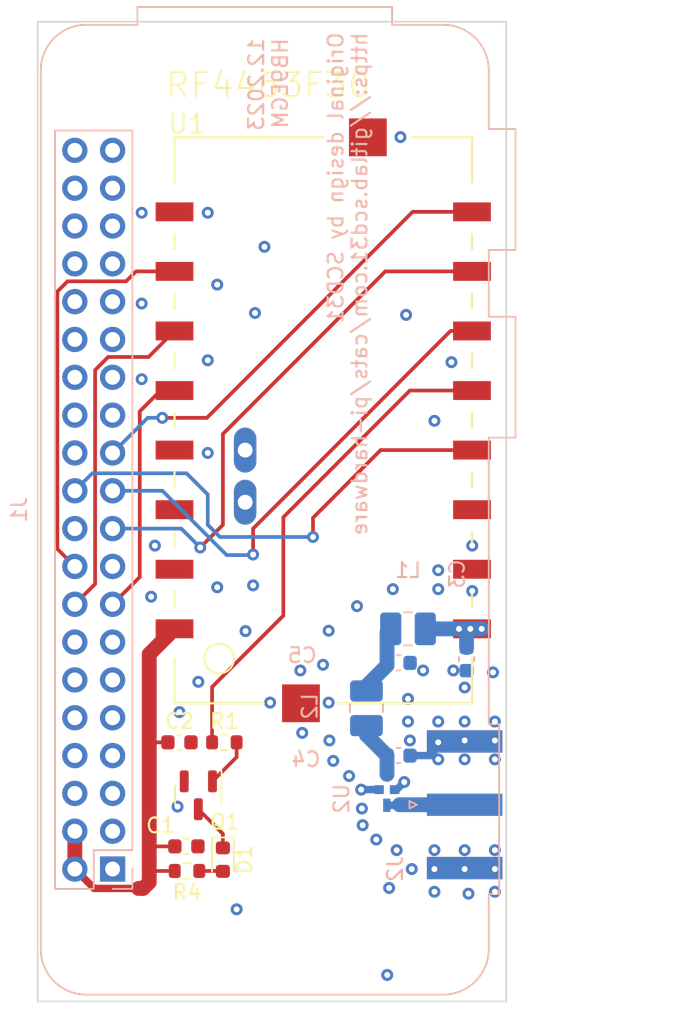
<source format=kicad_pcb>
(kicad_pcb (version 20221018) (generator pcbnew)
  (title_block (date "2023-12-22") (comment 1 "LPF HB9EGM"))
  (layers (0 "F.Cu" signal) (31 "B.Cu" signal) (34 "B.Paste" user) (35 "F.Paste" user) (36 "B.SilkS" user "B.Silkscreen") (37 "F.SilkS" user "F.Silkscreen") (38 "B.Mask" user) (39 "F.Mask" user) (44 "Edge.Cuts" user))
  (net 0 "")
  (net 1 "VCC")
  (net 2 "GND")
  (net 3 "+3V3")
  (net 4 "Net-(D1-K)")
  (net 11 "SDN")
  (net 12 "IT")
  (net 13 "CS")
  (net 14 "SDI")
  (net 15 "SDO")
  (net 16 "GPIO0")
  (net 17 "SCLK")
  (net 33 "TX_LED")
  (net 35 "Net-(J2-In)")
  (net 36 "Net-(U1-ANT)")
  (net 37 "Net-(Q1-B)")
  (net 41 "Net-(D1-A)")
  (net 42 "Net-(U2-IN)")
  (net 43 "Net-(C5-Pad1)")
  (footprint "Resistor_SMD:R_0603_1608Metric" (layer "F.Cu") (at 100.175 89.789)
    (fp_text reference "R1" (at 0 -1.43) (layer "F.SilkS"))
    (fp_text value "1K")
    (fp_line (start -0.237258 -0.5225) (end 0.237258 -0.5225) (stroke (width 0.12)) (layer "F.SilkS"))
    (fp_line (start -0.237258 0.5225) (end 0.237258 0.5225) (stroke (width 0.12)) (layer "F.SilkS"))
    (pad "1" smd roundrect (at -0.825 0) (size 0.8 0.95) (layers "F.Cu" "F.Paste" "F.Mask") (net 33 "TX_LED"))
    (pad "2" smd roundrect (at 0.825 0) (size 0.8 0.95) (layers "F.Cu" "F.Paste" "F.Mask") (net 37 "Net-(Q1-B)"))
  )
  (footprint "npr70:RF4463F30" (layer "F.Cu") (at 115.824 58.166)
    (fp_text reference "U1" (at -18.161 -9.906) (layer "F.SilkS") (effects (font (size 1.27 1.27))))
    (fp_text value "RF4463F30")
    (fp_text user "RF4463F30" (at -19.685 -11.557) (layer "F.SilkS") (effects (font (size 1.63576 1.63576) (thickness 0.14224)) (justify left bottom)))
    (fp_line (start -19 -9) (end -9 -9) (stroke (width 0.1524)) (layer "F.SilkS"))
    (fp_line (start -19 -6) (end -19 -9) (stroke (width 0.1524)) (layer "F.SilkS"))
    (fp_line (start -19 -2.5) (end -19 -1.5) (stroke (width 0.1524)) (layer "F.SilkS"))
    (fp_line (start -19 1.5) (end -19 2.5) (stroke (width 0.1524)) (layer "F.SilkS"))
    (fp_line (start -19 5.5) (end -19 6.5) (stroke (width 0.1524)) (layer "F.SilkS"))
    (fp_line (start -19 9.5) (end -19 10.5) (stroke (width 0.1524)) (layer "F.SilkS"))
    (fp_line (start -19 13.5) (end -19 14.5) (stroke (width 0.1524)) (layer "F.SilkS"))
    (fp_line (start -19 17.5) (end -19 18.5) (stroke (width 0.1524)) (layer "F.SilkS"))
    (fp_line (start -19 21.5) (end -19 22.5) (stroke (width 0.1524)) (layer "F.SilkS"))
    (fp_line (start -19 26) (end -19 29) (stroke (width 0.1524)) (layer "F.SilkS"))
    (fp_line (start -19 29) (end -13 29) (stroke (width 0.1524)) (layer "F.SilkS"))
    (fp_line (start -8 29) (end 1 29) (stroke (width 0.1524)) (layer "F.SilkS"))
    (fp_line (start -3 -9) (end 1 -9) (stroke (width 0.1524)) (layer "F.SilkS"))
    (fp_line (start 1 -6) (end 1 -9) (stroke (width 0.1524)) (layer "F.SilkS"))
    (fp_line (start 1 -1.5) (end 1 -2.5) (stroke (width 0.1524)) (layer "F.SilkS"))
    (fp_line (start 1 2.5) (end 1 1.5) (stroke (width 0.1524)) (layer "F.SilkS"))
    (fp_line (start 1 6.5) (end 1 5.5) (stroke (width 0.1524)) (layer "F.SilkS"))
    (fp_line (start 1 10.5) (end 1 9.5) (stroke (width 0.1524)) (layer "F.SilkS"))
    (fp_line (start 1 14.5) (end 1 13.5) (stroke (width 0.1524)) (layer "F.SilkS"))
    (fp_line (start 1 18.5) (end 1 17.5) (stroke (width 0.1524)) (layer "F.SilkS"))
    (fp_line (start 1 22.5) (end 1 21.5) (stroke (width 0.1524)) (layer "F.SilkS"))
    (fp_line (start 1 29) (end 1 26) (stroke (width 0.1524)) (layer "F.SilkS"))
    (fp_circle (center -16 26) (end -15 26) (stroke (width 0.127)) (fill none) (layer "F.SilkS"))
    (pad "1" smd rect (at -19 24) (size 2.54 1.27) (layers "F.Cu" "F.Paste" "F.Mask") (net 1 "VCC"))
    (pad "2" smd rect (at -19 20) (size 2.54 1.27) (layers "F.Cu" "F.Paste" "F.Mask") (net 2 "GND"))
    (pad "3" smd rect (at -19 16) (size 2.54 1.27) (layers "F.Cu" "F.Paste" "F.Mask"))
    (pad "4" smd rect (at -19 12) (size 2.54 1.27) (layers "F.Cu" "F.Paste" "F.Mask"))
    (pad "5" smd rect (at -19 8) (size 2.54 1.27) (layers "F.Cu" "F.Paste" "F.Mask") (net 11 "SDN"))
    (pad "6" smd rect (at -19 4) (size 2.54 1.27) (layers "F.Cu" "F.Paste" "F.Mask") (net 12 "IT"))
    (pad "7" smd rect (at -19 0) (size 2.54 1.27) (layers "F.Cu" "F.Paste" "F.Mask") (net 13 "CS"))
    (pad "8" smd rect (at -19 -4) (size 2.54 1.27) (layers "F.Cu" "F.Paste" "F.Mask") (net 2 "GND"))
    (pad "9" smd rect (at 1 -4) (size 2.54 1.27) (layers "F.Cu" "F.Paste" "F.Mask") (net 17 "SCLK"))
    (pad "10" smd rect (at 1 0) (size 2.54 1.27) (layers "F.Cu" "F.Paste" "F.Mask") (net 14 "SDI"))
    (pad "11" smd rect (at 1 4) (size 2.54 1.27) (layers "F.Cu" "F.Paste" "F.Mask") (net 15 "SDO"))
    (pad "12" smd rect (at 1 8) (size 2.54 1.27) (layers "F.Cu" "F.Paste" "F.Mask") (net 33 "TX_LED"))
    (pad "13" smd rect (at 1 12) (size 2.54 1.27) (layers "F.Cu" "F.Paste" "F.Mask") (net 16 "GPIO0"))
    (pad "14" smd rect (at 1 16) (size 2.54 1.27) (layers "F.Cu" "F.Paste" "F.Mask"))
    (pad "15" smd rect (at 1 20) (size 2.54 1.27) (layers "F.Cu" "F.Paste" "F.Mask") (net 2 "GND"))
    (pad "16" smd rect (at 1 24) (size 2.54 1.27) (layers "F.Cu" "F.Paste" "F.Mask") (net 36 "Net-(U1-ANT)"))
    (pad "SHLD_1" smd rect (at -6 -9) (size 2.54 2.54) (layers "F.Cu" "F.Paste" "F.Mask") (net 2 "GND"))
    (pad "SHLD_2" smd rect (at -10.5 29) (size 2.54 2.54) (layers "F.Cu" "F.Paste" "F.Mask") (net 2 "GND"))
    (pad "SHLD_3" thru_hole oval (at -14.25 12 90) (size 3.016 1.508) (drill 1) (layers "*.Cu" "*.Mask") (net 2 "GND"))
    (pad "SHLD_4" thru_hole oval (at -14.25 15.5 90) (size 3.016 1.508) (drill 1) (layers "*.Cu" "*.Mask") (net 2 "GND"))
  )
  (footprint "Capacitor_SMD:C_0603_1608Metric" (layer "F.Cu") (at 97.623621 96.774)
    (fp_text reference "C1" (at -1.738621 -1.397) (layer "F.SilkS"))
    (fp_text value "4.7uF")
    (fp_line (start -0.14058 -0.51) (end 0.14058 -0.51) (stroke (width 0.12)) (layer "F.SilkS"))
    (fp_line (start -0.14058 0.51) (end 0.14058 0.51) (stroke (width 0.12)) (layer "F.SilkS"))
    (pad "1" smd roundrect (at -0.775 0) (size 0.9 0.95) (layers "F.Cu" "F.Paste" "F.Mask") (net 1 "VCC"))
    (pad "2" smd roundrect (at 0.775 0) (size 0.9 0.95) (layers "F.Cu" "F.Paste" "F.Mask") (net 2 "GND"))
  )
  (footprint "Package_TO_SOT_SMD:SOT-23" (layer "F.Cu") (at 98.425 93.345 -90)
    (fp_text reference "Q1" (at 1.778 -1.778 -180) (layer "F.SilkS"))
    (fp_text value "MMBT3904")
    (fp_line (start 0 -1.56) (end -1.675 -1.56) (stroke (width 0.12)) (layer "F.SilkS"))
    (fp_line (start 0 -1.56) (end 0.65 -1.56) (stroke (width 0.12)) (layer "F.SilkS"))
    (fp_line (start 0 1.56) (end -0.65 1.56) (stroke (width 0.12)) (layer "F.SilkS"))
    (fp_line (start 0 1.56) (end 0.65 1.56) (stroke (width 0.12)) (layer "F.SilkS"))
    (pad "1" smd roundrect (at -0.9375 -0.95 270) (size 1.475 0.6) (layers "F.Cu" "F.Paste" "F.Mask") (net 37 "Net-(Q1-B)"))
    (pad "2" smd roundrect (at -0.9375 0.95 270) (size 1.475 0.6) (layers "F.Cu" "F.Paste" "F.Mask") (net 2 "GND"))
    (pad "3" smd roundrect (at 0.9375 0 270) (size 1.475 0.6) (layers "F.Cu" "F.Paste" "F.Mask") (net 4 "Net-(D1-K)"))
  )
  (footprint "Capacitor_SMD:C_0603_1608Metric" (layer "F.Cu") (at 97.155 89.789)
    (fp_text reference "C2" (at 0 -1.43) (layer "F.SilkS"))
    (fp_text value "0.1uF")
    (fp_line (start -0.14058 -0.51) (end 0.14058 -0.51) (stroke (width 0.12)) (layer "F.SilkS"))
    (fp_line (start -0.14058 0.51) (end 0.14058 0.51) (stroke (width 0.12)) (layer "F.SilkS"))
    (pad "1" smd roundrect (at -0.775 0) (size 0.9 0.95) (layers "F.Cu" "F.Paste" "F.Mask") (net 1 "VCC"))
    (pad "2" smd roundrect (at 0.775 0) (size 0.9 0.95) (layers "F.Cu" "F.Paste" "F.Mask") (net 2 "GND"))
  )
  (footprint "LED_SMD:LED_0603_1608Metric" (layer "F.Cu") (at 100.076 97.663 -90)
    (fp_text reference "D1" (at 0 -1.43 -90) (layer "F.SilkS"))
    (fp_text value "LED")
    (fp_line (start -1.485 -0.735) (end -1.485 0.735) (stroke (width 0.12)) (layer "F.SilkS"))
    (fp_line (start -1.485 0.735) (end 0.8 0.735) (stroke (width 0.12)) (layer "F.SilkS"))
    (fp_line (start 0.8 -0.735) (end -1.485 -0.735) (stroke (width 0.12)) (layer "F.SilkS"))
    (pad "1" smd roundrect (at -0.7875 0 270) (size 0.875 0.95) (layers "F.Cu" "F.Paste" "F.Mask") (net 4 "Net-(D1-K)"))
    (pad "2" smd roundrect (at 0.7875 0 270) (size 0.875 0.95) (layers "F.Cu" "F.Paste" "F.Mask") (net 41 "Net-(D1-A)"))
  )
  (footprint "Resistor_SMD:R_0603_1608Metric" (layer "F.Cu") (at 97.663 98.425 180)
    (fp_text reference "R4" (at 0 -1.43) (layer "F.SilkS"))
    (fp_text value "220")
    (fp_line (start -0.237258 -0.5225) (end 0.237258 -0.5225) (stroke (width 0.12)) (layer "F.SilkS"))
    (fp_line (start -0.237258 0.5225) (end 0.237258 0.5225) (stroke (width 0.12)) (layer "F.SilkS"))
    (pad "1" smd roundrect (at -0.825 0 180) (size 0.8 0.95) (layers "F.Cu" "F.Paste" "F.Mask") (net 41 "Net-(D1-A)"))
    (pad "2" smd roundrect (at 0.825 0 180) (size 0.8 0.95) (layers "F.Cu" "F.Paste" "F.Mask") (net 1 "VCC"))
  )
  (footprint "pi-transceiver:DEA160710LT_HandSolder" (layer "B.Cu") (at 111.0996 92.964 -90)
    (fp_text reference "U2" (at 0.6096 3.048 -90) (layer "B.SilkS") (effects (justify mirror)))
    (fp_text value "DEA160710")
    (pad "1" smd roundrect (at -1.05 0 270) (size 0.9 0.5) (layers "B.Cu" "B.Paste" "B.Mask") (roundrect_rratio 0.12) (net 42 "Net-(U2-IN)"))
    (pad "2" smd roundrect (at 1.05 0 270) (size 0.9 0.5) (layers "B.Cu" "B.Paste" "B.Mask") (roundrect_rratio 0.12) (net 35 "Net-(J2-In)"))
    (pad "3" smd roundrect (at 0 -0.525 270) (size 0.6 0.65) (layers "B.Cu" "B.Paste" "B.Mask") (roundrect_rratio 0.1) (net 2 "GND"))
    (pad "3" smd roundrect (at 0 0.525 270) (size 0.6 0.65) (layers "B.Cu" "B.Paste" "B.Mask") (roundrect_rratio 0.1) (net 2 "GND"))
  )
  (footprint "Connector_Coaxial:SMA_Amphenol_132289_EdgeMount" (layer "B.Cu") (at 116.332 93.98)
    (fp_text reference "J2" (at -4.6736 4.318 90) (layer "B.SilkS") (effects (justify mirror)))
    (fp_text value "Conn_Coaxial")
    (fp_line (start -3.71 -0.25) (end -3.21 0) (stroke (width 0.12)) (layer "B.SilkS"))
    (fp_line (start -3.71 0.25) (end -3.71 -0.25) (stroke (width 0.12)) (layer "B.SilkS"))
    (fp_line (start -3.21 0) (end -3.71 0.25) (stroke (width 0.12)) (layer "B.SilkS"))
    (pad "1" smd rect (at 0 0 270) (size 1.5 5.08) (layers "B.Cu" "B.Paste" "B.Mask") (net 35 "Net-(J2-In)"))
    (pad "2" smd rect (at 0 -4.25 270) (size 1.5 5.08) (layers "F.Cu" "F.Paste" "F.Mask") (net 2 "GND"))
    (pad "2" smd rect (at 0 -4.25 270) (size 1.5 5.08) (layers "B.Cu" "B.Paste" "B.Mask") (net 2 "GND"))
    (pad "2" smd rect (at 0 4.25 270) (size 1.5 5.08) (layers "F.Cu" "F.Paste" "F.Mask") (net 2 "GND"))
    (pad "2" smd rect (at 0 4.25 270) (size 1.5 5.08) (layers "B.Cu" "B.Paste" "B.Mask") (net 2 "GND"))
  )
  (footprint "Inductor_SMD:L_1008_2520Metric_Pad1.43x2.20mm_HandSolder" (layer "B.Cu") (at 112.522 82.169 180)
    (fp_text reference "L1" (at 0 3.937) (layer "B.SilkS") (effects (justify mirror)))
    (fp_text value "22nH")
    (fp_line (start -0.261252 -1.11) (end 0.261252 -1.11) (stroke (width 0.12)) (layer "B.SilkS"))
    (fp_line (start -0.261252 1.11) (end 0.261252 1.11) (stroke (width 0.12)) (layer "B.SilkS"))
    (pad "1" smd roundrect (at -1.1625 0 180) (size 1.425 2.2) (layers "B.Cu" "B.Paste" "B.Mask") (roundrect_rratio 0.175439) (net 36 "Net-(U1-ANT)"))
    (pad "2" smd roundrect (at 1.1625 0 180) (size 1.425 2.2) (layers "B.Cu" "B.Paste" "B.Mask") (roundrect_rratio 0.175439) (net 43 "Net-(C5-Pad1)"))
  )
  (footprint "Module:Raspberry_Pi_Zero_Socketed_THT_FaceDown_MountingHoles" (layer "B.Cu") (at 92.660759 98.298)
    (fp_text reference "J1" (at -6.27 -24.13 90) (layer "B.SilkS") (effects (justify mirror)))
    (fp_text value "Raspberry_Pi_2_3")
    (fp_line (start -4.83 -53.63) (end -4.83 5.37) (stroke (width 0.12)) (layer "B.SilkS"))
    (fp_line (start -3.87 -49.59) (end 1.33 -49.59) (stroke (width 0.12)) (layer "B.SilkS"))
    (fp_line (start -3.87 1.33) (end -3.87 -49.59) (stroke (width 0.12)) (layer "B.SilkS"))
    (fp_line (start -3.87 1.33) (end -1.27 1.33) (stroke (width 0.12)) (layer "B.SilkS"))
    (fp_line (start -1.77 8.43) (end 22.23 8.43) (stroke (width 0.12)) (layer "B.SilkS"))
    (fp_line (start -1.27 -1.27) (end 1.33 -1.27) (stroke (width 0.12)) (layer "B.SilkS"))
    (fp_line (start -1.27 1.33) (end -1.27 -1.27) (stroke (width 0.12)) (layer "B.SilkS"))
    (fp_line (start 0 1.33) (end 1.33 1.33) (stroke (width 0.12)) (layer "B.SilkS"))
    (fp_line (start 1.33 -1.27) (end 1.33 -49.59) (stroke (width 0.12)) (layer "B.SilkS"))
    (fp_line (start 1.33 1.33) (end 1.33 0) (stroke (width 0.12)) (layer "B.SilkS"))
    (fp_line (start 1.67 -57.89) (end 18.79 -57.89) (stroke (width 0.12)) (layer "B.SilkS"))
    (fp_line (start 1.67 -56.69) (end -1.77 -56.69) (stroke (width 0.12)) (layer "B.SilkS"))
    (fp_line (start 1.67 -56.69) (end 1.67 -57.89) (stroke (width 0.12)) (layer "B.SilkS"))
    (fp_line (start 18.79 -57.89) (end 18.79 -56.69) (stroke (width 0.12)) (layer "B.SilkS"))
    (fp_line (start 18.79 -56.69) (end 22.23 -56.69) (stroke (width 0.12)) (layer "B.SilkS"))
    (fp_line (start 25.29 -53.63) (end 25.29 -49.69) (stroke (width 0.12)) (layer "B.SilkS"))
    (fp_line (start 25.29 -49.69) (end 27.09 -49.69) (stroke (width 0.12)) (layer "B.SilkS"))
    (fp_line (start 25.29 -41.57) (end 25.29 -37.09) (stroke (width 0.12)) (layer "B.SilkS"))
    (fp_line (start 25.29 -37.09) (end 27.09 -37.09) (stroke (width 0.12)) (layer "B.SilkS"))
    (fp_line (start 25.29 -28.97) (end 25.29 -9.74) (stroke (width 0.12)) (layer "B.SilkS"))
    (fp_line (start 25.29 -9.74) (end 25.99 -9.74) (stroke (width 0.12)) (layer "B.SilkS"))
    (fp_line (start 25.29 1.68) (end 25.29 5.37) (stroke (width 0.12)) (layer "B.SilkS"))
    (fp_line (start 25.99 -9.74) (end 25.99 1.68) (stroke (width 0.12)) (layer "B.SilkS"))
    (fp_line (start 25.99 1.68) (end 25.29 1.68) (stroke (width 0.12)) (layer "B.SilkS"))
    (fp_line (start 27.09 -49.69) (end 27.09 -41.57) (stroke (width 0.12)) (layer "B.SilkS"))
    (fp_line (start 27.09 -41.57) (end 25.29 -41.57) (stroke (width 0.12)) (layer "B.SilkS"))
    (fp_line (start 27.09 -37.09) (end 27.09 -28.97) (stroke (width 0.12)) (layer "B.SilkS"))
    (fp_line (start 27.09 -28.97) (end 25.29 -28.97) (stroke (width 0.12)) (layer "B.SilkS"))
    (fp_arc (start -4.83 -53.63) (mid -3.933747 -55.793747) (end -1.77 -56.69) (stroke (width 0.12)) (layer "B.SilkS"))
    (fp_arc (start -1.77 8.43) (mid -3.933747 7.533747) (end -4.83 5.37) (stroke (width 0.12)) (layer "B.SilkS"))
    (fp_arc (start 22.23 -56.69) (mid 24.393747 -55.793747) (end 25.29 -53.63) (stroke (width 0.12)) (layer "B.SilkS"))
    (fp_arc (start 25.29 5.37) (mid 24.393747 7.533747) (end 22.23 8.43) (stroke (width 0.12)) (layer "B.SilkS"))
    (pad "" np_thru_hole circle (at -1.27 -53.13 270) (size 2.75 2.75) (drill 2.75) (layers "*.Cu" "*.Mask"))
    (pad "" np_thru_hole circle (at -1.27 4.87 270) (size 2.75 2.75) (drill 2.75) (layers "*.Cu" "*.Mask"))
    (pad "" np_thru_hole circle (at 21.73 -53.13 270) (size 2.75 2.75) (drill 2.75) (layers "*.Cu" "*.Mask"))
    (pad "" np_thru_hole circle (at 21.73 4.87 270) (size 2.75 2.75) (drill 2.75) (layers "*.Cu" "*.Mask"))
    (pad "1" thru_hole rect (at 0 0) (size 1.7 1.7) (drill 1) (layers "*.Cu" "*.Mask") (net 3 "+3V3"))
    (pad "2" thru_hole oval (at -2.54 0) (size 1.7 1.7) (drill 1) (layers "*.Cu" "*.Mask") (net 1 "VCC"))
    (pad "3" thru_hole oval (at 0 -2.54) (size 1.7 1.7) (drill 1) (layers "*.Cu" "*.Mask"))
    (pad "4" thru_hole oval (at -2.54 -2.54) (size 1.7 1.7) (drill 1) (layers "*.Cu" "*.Mask") (net 1 "VCC"))
    (pad "5" thru_hole oval (at 0 -5.08) (size 1.7 1.7) (drill 1) (layers "*.Cu" "*.Mask"))
    (pad "6" thru_hole oval (at -2.54 -5.08) (size 1.7 1.7) (drill 1) (layers "*.Cu" "*.Mask") (net 2 "GND"))
    (pad "7" thru_hole oval (at 0 -7.62) (size 1.7 1.7) (drill 1) (layers "*.Cu" "*.Mask"))
    (pad "8" thru_hole oval (at -2.54 -7.62) (size 1.7 1.7) (drill 1) (layers "*.Cu" "*.Mask"))
    (pad "9" thru_hole oval (at 0 -10.16) (size 1.7 1.7) (drill 1) (layers "*.Cu" "*.Mask") (net 2 "GND"))
    (pad "10" thru_hole oval (at -2.54 -10.16) (size 1.7 1.7) (drill 1) (layers "*.Cu" "*.Mask"))
    (pad "11" thru_hole oval (at 0 -12.7) (size 1.7 1.7) (drill 1) (layers "*.Cu" "*.Mask"))
    (pad "12" thru_hole oval (at -2.54 -12.7) (size 1.7 1.7) (drill 1) (layers "*.Cu" "*.Mask"))
    (pad "13" thru_hole oval (at 0 -15.24) (size 1.7 1.7) (drill 1) (layers "*.Cu" "*.Mask"))
    (pad "14" thru_hole oval (at -2.54 -15.24) (size 1.7 1.7) (drill 1) (layers "*.Cu" "*.Mask") (net 2 "GND"))
    (pad "15" thru_hole oval (at 0 -17.78) (size 1.7 1.7) (drill 1) (layers "*.Cu" "*.Mask") (net 11 "SDN"))
    (pad "16" thru_hole oval (at -2.54 -17.78) (size 1.7 1.7) (drill 1) (layers "*.Cu" "*.Mask") (net 12 "IT"))
    (pad "17" thru_hole oval (at 0 -20.32) (size 1.7 1.7) (drill 1) (layers "*.Cu" "*.Mask"))
    (pad "18" thru_hole oval (at -2.54 -20.32) (size 1.7 1.7) (drill 1) (layers "*.Cu" "*.Mask") (net 13 "CS"))
    (pad "19" thru_hole oval (at 0 -22.86) (size 1.7 1.7) (drill 1) (layers "*.Cu" "*.Mask") (net 14 "SDI"))
    (pad "20" thru_hole oval (at -2.54 -22.86) (size 1.7 1.7) (drill 1) (layers "*.Cu" "*.Mask") (net 2 "GND"))
    (pad "21" thru_hole oval (at 0 -25.4) (size 1.7 1.7) (drill 1) (layers "*.Cu" "*.Mask") (net 15 "SDO"))
    (pad "22" thru_hole oval (at -2.54 -25.4) (size 1.7 1.7) (drill 1) (layers "*.Cu" "*.Mask") (net 16 "GPIO0"))
    (pad "23" thru_hole oval (at 0 -27.94) (size 1.7 1.7) (drill 1) (layers "*.Cu" "*.Mask") (net 17 "SCLK"))
    (pad "24" thru_hole oval (at -2.54 -27.94) (size 1.7 1.7) (drill 1) (layers "*.Cu" "*.Mask"))
    (pad "25" thru_hole oval (at 0 -30.48) (size 1.7 1.7) (drill 1) (layers "*.Cu" "*.Mask") (net 2 "GND"))
    (pad "26" thru_hole oval (at -2.54 -30.48) (size 1.7 1.7) (drill 1) (layers "*.Cu" "*.Mask"))
    (pad "27" thru_hole oval (at 0 -33.02) (size 1.7 1.7) (drill 1) (layers "*.Cu" "*.Mask"))
    (pad "28" thru_hole oval (at -2.54 -33.02) (size 1.7 1.7) (drill 1) (layers "*.Cu" "*.Mask"))
    (pad "29" thru_hole oval (at 0 -35.56) (size 1.7 1.7) (drill 1) (layers "*.Cu" "*.Mask"))
    (pad "30" thru_hole oval (at -2.54 -35.56) (size 1.7 1.7) (drill 1) (layers "*.Cu" "*.Mask") (net 2 "GND"))
    (pad "31" thru_hole oval (at 0 -38.1) (size 1.7 1.7) (drill 1) (layers "*.Cu" "*.Mask"))
    (pad "32" thru_hole oval (at -2.54 -38.1) (size 1.7 1.7) (drill 1) (layers "*.Cu" "*.Mask"))
    (pad "33" thru_hole oval (at 0 -40.64) (size 1.7 1.7) (drill 1) (layers "*.Cu" "*.Mask"))
    (pad "34" thru_hole oval (at -2.54 -40.64) (size 1.7 1.7) (drill 1) (layers "*.Cu" "*.Mask") (net 2 "GND"))
    (pad "35" thru_hole oval (at 0 -43.18) (size 1.7 1.7) (drill 1) (layers "*.Cu" "*.Mask"))
    (pad "36" thru_hole oval (at -2.54 -43.18) (size 1.7 1.7) (drill 1) (layers "*.Cu" "*.Mask"))
    (pad "37" thru_hole oval (at 0 -45.72) (size 1.7 1.7) (drill 1) (layers "*.Cu" "*.Mask"))
    (pad "38" thru_hole oval (at -2.54 -45.72) (size 1.7 1.7) (drill 1) (layers "*.Cu" "*.Mask"))
    (pad "39" thru_hole oval (at 0 -48.26) (size 1.7 1.7) (drill 1) (layers "*.Cu" "*.Mask") (net 2 "GND"))
    (pad "40" thru_hole oval (at -2.54 -48.26) (size 1.7 1.7) (drill 1) (layers "*.Cu" "*.Mask"))
  )
  (footprint "Capacitor_SMD:C_0603_1608Metric" (layer "B.Cu") (at 111.887 90.678)
    (fp_text reference "C4" (at -6.223 0.254) (layer "B.SilkS") (effects (justify mirror)))
    (fp_text value "7.5pF")
    (fp_line (start -0.14058 -0.51) (end 0.14058 -0.51) (stroke (width 0.12)) (layer "B.SilkS"))
    (fp_line (start -0.14058 0.51) (end 0.14058 0.51) (stroke (width 0.12)) (layer "B.SilkS"))
    (pad "1" smd roundrect (at -0.775 0) (size 0.9 0.95) (layers "B.Cu" "B.Paste" "B.Mask") (net 42 "Net-(U2-IN)"))
    (pad "2" smd roundrect (at 0.775 0) (size 0.9 0.95) (layers "B.Cu" "B.Paste" "B.Mask") (net 2 "GND"))
  )
  (footprint "Capacitor_SMD:C_0603_1608Metric" (layer "B.Cu") (at 116.459 84.201 -90)
    (fp_text reference "C3" (at -5.715 0.635 90) (layer "B.SilkS") (effects (justify mirror)))
    (fp_text value "7.5pF")
    (fp_line (start -0.14058 -0.51) (end 0.14058 -0.51) (stroke (width 0.12)) (layer "B.SilkS"))
    (fp_line (start -0.14058 0.51) (end 0.14058 0.51) (stroke (width 0.12)) (layer "B.SilkS"))
    (pad "1" smd roundrect (at -0.775 0 270) (size 0.9 0.95) (layers "B.Cu" "B.Paste" "B.Mask") (net 36 "Net-(U1-ANT)"))
    (pad "2" smd roundrect (at 0.775 0 270) (size 0.9 0.95) (layers "B.Cu" "B.Paste" "B.Mask") (net 2 "GND"))
  )
  (footprint "Inductor_SMD:L_1008_2520Metric_Pad1.43x2.20mm_HandSolder" (layer "B.Cu") (at 109.728 87.503 -90)
    (fp_text reference "L2" (at -0.127 3.81 90) (layer "B.SilkS") (effects (justify mirror)))
    (fp_text value "22nH")
    (fp_line (start -0.261252 -1.11) (end 0.261252 -1.11) (stroke (width 0.12)) (layer "B.SilkS"))
    (fp_line (start -0.261252 1.11) (end 0.261252 1.11) (stroke (width 0.12)) (layer "B.SilkS"))
    (pad "1" smd roundrect (at -1.1625 0 270) (size 1.425 2.2) (layers "B.Cu" "B.Paste" "B.Mask") (roundrect_rratio 0.175439) (net 43 "Net-(C5-Pad1)"))
    (pad "2" smd roundrect (at 1.1625 0 270) (size 1.425 2.2) (layers "B.Cu" "B.Paste" "B.Mask") (roundrect_rratio 0.175439) (net 42 "Net-(U2-IN)"))
  )
  (footprint "Capacitor_SMD:C_0603_1608Metric" (layer "B.Cu") (at 111.887 84.455)
    (fp_text reference "C5" (at -6.477 -0.508) (layer "B.SilkS") (effects (justify mirror)))
    (fp_text value "13pF")
    (fp_line (start -0.14058 -0.51) (end 0.14058 -0.51) (stroke (width 0.12)) (layer "B.SilkS"))
    (fp_line (start -0.14058 0.51) (end 0.14058 0.51) (stroke (width 0.12)) (layer "B.SilkS"))
    (pad "1" smd roundrect (at -0.775 0) (size 0.9 0.95) (layers "B.Cu" "B.Paste" "B.Mask") (net 43 "Net-(C5-Pad1)"))
    (pad "2" smd roundrect (at 0.775 0) (size 0.9 0.95) (layers "B.Cu" "B.Paste" "B.Mask") (net 2 "GND"))
  )
  (gr_line (start 119.126 41.402) (end 87.63 41.402) (stroke (width 0.1)) (layer "Edge.Cuts"))
  (gr_line (start 87.63 107.188) (end 119.126 107.188) (stroke (width 0.1)) (layer "Edge.Cuts"))
  (gr_line (start 87.63 41.402) (end 87.63 107.188) (stroke (width 0.1)) (layer "Edge.Cuts"))
  (gr_line (start 119.126 107.188) (end 119.126 41.402) (stroke (width 0.1)) (layer "Edge.Cuts"))
  (gr_text "12.2023\nHB9EGM" (at 104.521 42.418 90) (layer "B.SilkS") (effects (font (size 1 1)) (justify left bottom mirror)))
  (gr_text "Original design by SCD31\nhttps://gitlab.scd31.com/cats/pi-hardware" (at 109.855 42.037 90) (layer "B.SilkS") (effects (font (size 1 1)) (justify left bottom mirror)))
  (segment (start 95.123 99.187) (end 94.712 99.598) (width 1) (layer "F.Cu") (net 1))
  (segment (start 91.420759 99.598) (end 94.402 99.598) (width 0.5) (layer "F.Cu") (net 1))
  (segment (start 96.824 82.166) (end 95.123 83.867) (width 1) (layer "F.Cu") (net 1))
  (segment (start 90.120759 98.298) (end 91.420759 99.598) (width 0.5) (layer "F.Cu") (net 1))
  (segment (start 95.123 90.043) (end 95.123 99.187) (width 1) (layer "F.Cu") (net 1))
  (segment (start 95.166 90) (end 95.123 90.043) (width 0.25) (layer "F.Cu") (net 1))
  (segment (start 95.123 83.867) (end 95.123 90.043) (width 1) (layer "F.Cu") (net 1))
  (segment (start 94.712 99.598) (end 94.402 99.598) (width 1) (layer "F.Cu") (net 1))
  (segment (start 96.838 98.425) (end 95.123 98.425) (width 0.25) (layer "F.Cu") (net 1))
  (segment (start 96.848621 96.774) (end 95.504 96.774) (width 0.25) (layer "F.Cu") (net 1))
  (segment (start 96.38 89.789) (end 95.166 89.789) (width 0.25) (layer "F.Cu") (net 1))
  (segment (start 90.120759 95.758) (end 90.120759 98.298) (width 1) (layer "F.Cu") (net 1))
  (via (at 118.364 89.662) (size 0.8) (drill 0.4) (layers "F.Cu" "B.Cu") (net 2))
  (via (at 114.554 78.232) (size 0.8) (drill 0.4) (layers "F.Cu" "B.Cu") (net 2))
  (via (at 94.615 65.405) (size 0.8) (drill 0.4) (layers "F.Cu" "B.Cu") (net 2))
  (via (at 112.522 88.392) (size 0.8) (drill 0.4) (layers "F.Cu" "B.Cu") (net 2))
  (via (at 114.554 89.789) (size 0.8) (drill 0.4) (layers "F.Cu" "B.Cu") (net 2))
  (via (at 113.538 84.963) (size 0.8) (drill 0.4) (layers "F.Cu" "B.Cu") (net 2))
  (via (at 118.364 99.822) (size 0.8) (drill 0.4) (layers "F.Cu" "B.Cu") (net 2))
  (via (at 114.554 90.932) (size 0.8) (drill 0.4) (layers "F.Cu" "B.Cu") (net 2))
  (via (at 114.3 97.028) (size 0.8) (drill 0.4) (layers "F.Cu" "B.Cu") (net 2))
  (via (at 106.807 84.582) (size 0.8) (drill 0.4) (layers "F.Cu" "B.Cu") (net 2))
  (via (at 115.57 84.963) (size 0.8) (drill 0.4) (layers "F.Cu" "B.Cu") (net 2))
  (via (at 116.84 76.581) (size 0.8) (drill 0.4) (layers "F.Cu" "B.Cu") (net 2))
  (via (at 109.3724 92.964) (size 0.8) (drill 0.4) (layers "F.Cu" "B.Cu") (net 2))
  (via (at 95.25 80.01) (size 0.8) (drill 0.4) (layers "F.Cu" "B.Cu") (net 2))
  (via (at 112.649 89.662) (size 0.8) (drill 0.4) (layers "F.Cu" "B.Cu") (net 2))
  (via (at 116.332 88.392) (size 0.8) (drill 0.4) (layers "F.Cu" "B.Cu") (net 2))
  (via (at 116.332 97.028) (size 0.8) (drill 0.4) (layers "F.Cu" "B.Cu") (net 2))
  (via (at 101.6 82.319492) (size 0.8) (drill 0.4) (layers "F.Cu" "B.Cu") (net 2))
  (via (at 118.237 85.09) (size 0.8) (drill 0.4) (layers "F.Cu" "B.Cu") (net 2))
  (via (at 111.252 99.568) (size 0.8) (drill 0.4) (layers "F.Cu" "B.Cu") (net 2))
  (via (at 98.425 85.725) (size 0.8) (drill 0.4) (layers "F.Cu" "B.Cu") (net 2))
  (via (at 112.776 98.298) (size 0.8) (drill 0.4) (layers "F.Cu" "B.Cu") (net 2))
  (via (at 112.268 92.456) (size 0.8) (drill 0.4) (layers "F.Cu" "B.Cu") (net 2))
  (via (at 99.06 70.358) (size 0.8) (drill 0.4) (layers "F.Cu" "B.Cu") (net 2))
  (via (at 114.554 88.392) (size 0.8) (drill 0.4) (layers "F.Cu" "B.Cu") (net 2))
  (via (at 107.188 87.122) (size 0.8) (drill 0.4) (layers "F.Cu" "B.Cu") (net 2))
  (via (at 107.188 82.296) (size 0.8) (drill 0.4) (layers "F.Cu" "B.Cu") (net 2))
  (via (at 118.364 90.932) (size 0.8) (drill 0.4) (layers "F.Cu" "B.Cu") (net 2))
  (via (at 99.06 64.135) (size 0.8) (drill 0.4) (layers "F.Cu" "B.Cu") (net 2))
  (via (at 109.4232 94.234) (size 0.8) (drill 0.4) (layers "F.Cu" "B.Cu") (net 2))
  (via (at 114.3 68.199) (size 0.8) (drill 0.4) (layers "F.Cu" "B.Cu") (net 2))
  (via (at 114.3 99.822) (size 0.8) (drill 0.4) (layers "F.Cu" "B.Cu") (net 2))
  (via (at 112.395 61.087) (size 0.8) (drill 0.4) (layers "F.Cu" "B.Cu") (net 2))
  (via (at 111.76 97.028) (size 0.8) (drill 0.4) (layers "F.Cu" "B.Cu") (net 2))
  (via (at 99.695 79.375) (size 0.8) (drill 0.4) (layers "F.Cu" "B.Cu") (net 2))
  (via (at 103.251 87.122) (size 0.8) (drill 0.4) (layers "F.Cu" "B.Cu") (net 2))
  (via (at 107.4928 91.0336) (size 0.8) (drill 0.4) (layers "F.Cu" "B.Cu") (net 2))
  (via (at 101 101) (size 0.8) (drill 0.4) (layers "F.Cu" "B.Cu") (net 2))
  (via (at 99.695 59.055) (size 0.8) (drill 0.4) (layers "F.Cu" "B.Cu") (net 2))
  (via (at 118.364 88.392) (size 0.8) (drill 0.4) (layers "F.Cu" "B.Cu") (net 2))
  (via (at 97.028 94.107) (size 0.8) (drill 0.4) (layers "F.Cu" "B.Cu") (net 2))
  (via (at 97.155 87.757) (size 0.8) (drill 0.4) (layers "F.Cu" "B.Cu") (net 2))
  (via (at 116.586 99.949) (size 0.8) (drill 0.4) (layers "F.Cu" "B.Cu") (net 2))
  (via (at 118.364 97.028) (size 0.8) (drill 0.4) (layers "F.Cu" "B.Cu") (net 2))
  (via (at 110.3884 96.3168) (size 0.8) (drill 0.4) (layers "F.Cu" "B.Cu") (net 2))
  (via (at 114.554 79.502) (size 0.8) (drill 0.4) (layers "F.Cu" "B.Cu") (net 2))
  (via (at 116.332 89.662) (size 0.8) (drill 0.4) (layers "F.Cu" "B.Cu") (net 2))
  (via (at 107.2388 89.662) (size 0.8) (drill 0.4) (layers "F.Cu" "B.Cu") (net 2))
  (via (at 114.3 98.298) (size 0.8) (drill 0.4) (layers "F.Cu" "B.Cu") (net 2))
  (via (at 102.87 56.515) (size 0.8) (drill 0.4) (layers "F.Cu" "B.Cu") (net 2))
  (via (at 99.06 54.229) (size 0.8) (drill 0.4) (layers "F.Cu" "B.Cu") (net 2))
  (via (at 109.474 95.3516) (size 0.8) (drill 0.4) (layers "F.Cu" "B.Cu") (net 2))
  (via (at 94.615 54.229) (size 0.8) (drill 0.4) (layers "F.Cu" "B.Cu") (net 2))
  (via (at 111.125 105.41) (size 0.8) (drill 0.4) (layers "F.Cu" "B.Cu") (net 2))
  (via (at 112.014 49.149) (size 0.8) (drill 0.4) (layers "F.Cu" "B.Cu") (net 2))
  (via (at 116.332 98.298) (size 0.8) (drill 0.4) (layers "F.Cu" "B.Cu") (net 2))
  (via (at 102.235 60.96) (size 0.8) (drill 0.4) (layers "F.Cu" "B.Cu") (net 2))
  (via (at 115.443 64.262) (size 0.8) (drill 0.4) (layers "F.Cu" "B.Cu") (net 2))
  (via (at 116.332 90.932) (size 0.8) (drill 0.4) (layers "F.Cu" "B.Cu") (net 2))
  (via (at 105.41 89.154) (size 0.8) (drill 0.4) (layers "F.Cu" "B.Cu") (net 2))
  (via (at 111.506 79.502) (size 0.8) (drill 0.4) (layers "F.Cu" "B.Cu") (net 2))
  (via (at 95.504 76.581) (size 0.8) (drill 0.4) (layers "F.Cu" "B.Cu") (net 2))
  (via (at 112.522 86.868) (size 0.8) (drill 0.4) (layers "F.Cu" "B.Cu") (net 2))
  (via (at 108.5596 92.0496) (size 0.8) (drill 0.4) (layers "F.Cu" "B.Cu") (net 2))
  (via (at 94.615 60.325) (size 0.8) (drill 0.4) (layers "F.Cu" "B.Cu") (net 2))
  (via (at 116.84 79.629) (size 0.8) (drill 0.4) (layers "F.Cu" "B.Cu") (net 2))
  (via (at 116.332 86.106) (size 0.8) (drill 0.4) (layers "F.Cu" "B.Cu") (net 2))
  (via (at 102.108 79.248) (size 0.8) (drill 0.4) (layers "F.Cu" "B.Cu") (net 2))
  (via (at 105.283 84.963) (size 0.8) (drill 0.4) (layers "F.Cu" "B.Cu") (net 2))
  (via (at 109.093 80.645) (size 0.8) (drill 0.4) (layers "F.Cu" "B.Cu") (net 2))
  (via (at 118.364 98.298) (size 0.8) (drill 0.4) (layers "F.Cu" "B.Cu") (net 2))
  (segment (start 114.3 90.678) (end 114.554 90.932) (width 0.5) (layer "B.Cu") (net 2))
  (segment (start 111.76 92.964) (end 112.268 92.456) (width 0.5) (layer "B.Cu") (net 2))
  (segment (start 111.6246 92.964) (end 111.76 92.964) (width 0.5) (layer "B.Cu") (net 2))
  (segment (start 110.5746 92.964) (end 109.3724 92.964) (width 0.5) (layer "B.Cu") (net 2))
  (segment (start 112.662 90.678) (end 114.3 90.678) (width 0.5) (layer "B.Cu") (net 2))
  (segment (start 100.076 95.9335) (end 98.425 94.2825) (width 0.25) (layer "F.Cu") (net 4))
  (segment (start 98.425 94.2825) (end 98.425 93.7745) (width 0.25) (layer "F.Cu") (net 4))
  (segment (start 100.076 96.8755) (end 100.076 95.9335) (width 0.25) (layer "F.Cu") (net 4))
  (segment (start 95.886 66.166) (end 96.824 66.166) (width 0.25) (layer "F.Cu") (net 11))
  (segment (start 92.660759 80.518) (end 94.488 78.690759) (width 0.25) (layer "F.Cu") (net 11))
  (segment (start 94.488 78.690759) (end 94.488 67.564) (width 0.25) (layer "F.Cu") (net 11))
  (segment (start 94.488 67.564) (end 95.886 66.166) (width 0.25) (layer "F.Cu") (net 11))
  (segment (start 91.485759 79.153) (end 91.485759 64.791299) (width 0.25) (layer "F.Cu") (net 12))
  (segment (start 91.485759 64.791299) (end 92.364058 63.913) (width 0.25) (layer "F.Cu") (net 12))
  (segment (start 92.364058 63.913) (end 95.077 63.913) (width 0.25) (layer "F.Cu") (net 12))
  (segment (start 90.120759 80.518) (end 91.485759 79.153) (width 0.25) (layer "F.Cu") (net 12))
  (segment (start 95.077 63.913) (end 96.824 62.166) (width 0.25) (layer "F.Cu") (net 12))
  (segment (start 94.234 58.166) (end 96.824 58.166) (width 0.25) (layer "F.Cu") (net 13))
  (segment (start 90.120759 77.978) (end 88.945759 76.803) (width 0.25) (layer "F.Cu") (net 13))
  (segment (start 88.945759 76.803) (end 88.945759 59.521299) (width 0.25) (layer "F.Cu") (net 13))
  (segment (start 93.567 58.833) (end 94.234 58.166) (width 0.25) (layer "F.Cu") (net 13))
  (segment (start 89.634058 58.833) (end 93.567 58.833) (width 0.25) (layer "F.Cu") (net 13))
  (segment (start 88.945759 59.521299) (end 89.634058 58.833) (width 0.25) (layer "F.Cu") (net 13))
  (segment (start 100.076 69.088) (end 110.998 58.166) (width 0.25) (layer "F.Cu") (net 14))
  (segment (start 98.552 76.708) (end 100.076 75.184) (width 0.25) (layer "F.Cu") (net 14))
  (segment (start 100.076 75.184) (end 100.076 69.088) (width 0.25) (layer "F.Cu") (net 14))
  (segment (start 110.998 58.166) (end 114.554 58.166) (width 0.25) (layer "F.Cu") (net 14))
  (segment (start 114.554 58.166) (end 116.824 58.166) (width 0.25) (layer "F.Cu") (net 14))
  (via (at 98.552 76.708) (size 0.8) (drill 0.4) (layers "F.Cu" "B.Cu") (net 14))
  (segment (start 92.660759 75.438) (end 97.282 75.438) (width 0.25) (layer "B.Cu") (net 14))
  (segment (start 97.282 75.438) (end 98.552 76.708) (width 0.25) (layer "B.Cu") (net 14))
  (segment (start 115.38 62.166) (end 116.824 62.166) (width 0.25) (layer "F.Cu") (net 15))
  (segment (start 102.108 75.438) (end 115.38 62.166) (width 0.25) (layer "F.Cu") (net 15))
  (segment (start 102.108 77.1785) (end 102.108 75.438) (width 0.25) (layer "F.Cu") (net 15))
  (via (at 102.108 77.1785) (size 0.8) (drill 0.4) (layers "F.Cu" "B.Cu") (net 15))
  (segment (start 96.012 72.898) (end 100.33 77.216) (width 0.25) (layer "B.Cu") (net 15))
  (segment (start 92.660759 72.898) (end 96.012 72.898) (width 0.25) (layer "B.Cu") (net 15))
  (segment (start 102.0705 77.216) (end 102.108 77.1785) (width 0.25) (layer "B.Cu") (net 15))
  (segment (start 100.33 77.216) (end 102.0705 77.216) (width 0.25) (layer "B.Cu") (net 15))
  (segment (start 110.682 70.166) (end 106.1345 74.7135) (width 0.25) (layer "F.Cu") (net 16))
  (segment (start 116.824 70.166) (end 110.682 70.166) (width 0.25) (layer "F.Cu") (net 16))
  (segment (start 106.1345 74.7135) (end 106.1345 76) (width 0.25) (layer "F.Cu") (net 16))
  (via (at 106.1345 76) (size 0.8) (drill 0.4) (layers "F.Cu" "B.Cu") (net 16))
  (segment (start 91.295759 71.723) (end 97.631 71.723) (width 0.25) (layer "B.Cu") (net 16))
  (segment (start 90.120759 72.898) (end 91.295759 71.723) (width 0.25) (layer "B.Cu") (net 16))
  (segment (start 106.1345 76) (end 99.876 76) (width 0.25) (layer "B.Cu") (net 16))
  (segment (start 99.876 76) (end 99.06 75.184) (width 0.25) (layer "B.Cu") (net 16))
  (segment (start 97.631 71.723) (end 99.06 73.152) (width 0.25) (layer "B.Cu") (net 16))
  (segment (start 99.06 73.152) (end 99.06 75.184) (width 0.25) (layer "B.Cu") (net 16))
  (segment (start 96 68) (end 99 68) (width 0.25) (layer "F.Cu") (net 17))
  (segment (start 112.834 54.166) (end 116.824 54.166) (width 0.25) (layer "F.Cu") (net 17))
  (segment (start 99 68) (end 112.834 54.166) (width 0.25) (layer "F.Cu") (net 17))
  (segment (start 116.76 54.102) (end 116.824 54.166) (width 0.25) (layer "F.Cu") (net 17))
  (via (at 96 68) (size 0.8) (drill 0.4) (layers "F.Cu" "B.Cu") (net 17))
  (segment (start 92.660759 70.358) (end 95.018759 68) (width 0.25) (layer "B.Cu") (net 17))
  (segment (start 95.018759 68) (end 96 68) (width 0.25) (layer "B.Cu") (net 17))
  (segment (start 112.65 66.166) (end 116.824 66.166) (width 0.25) (layer "F.Cu") (net 33))
  (segment (start 99.35 89.789) (end 99.35 86.07) (width 0.25) (layer "F.Cu") (net 33))
  (segment (start 104.14 74.676) (end 112.65 66.166) (width 0.25) (layer "F.Cu") (net 33))
  (segment (start 99.35 86.07) (end 104.14 81.28) (width 0.25) (layer "F.Cu") (net 33))
  (segment (start 104.14 81.28) (end 104.14 74.676) (width 0.25) (layer "F.Cu") (net 33))
  (segment (start 111.0996 94.014) (end 111.9124 94.014) (width 0.5) (layer "B.Cu") (net 35))
  (segment (start 116.332 93.98) (end 111.9464 93.98) (width 1) (layer "B.Cu") (net 35))
  (segment (start 117.472 82.166) (end 117.475 82.169) (width 0.25) (layer "F.Cu") (net 36))
  (segment (start 116.824 82.166) (end 117.472 82.166) (width 0.25) (layer "F.Cu") (net 36))
  (via (at 117.475 82.169) (size 0.8) (drill 0.4) (layers "F.Cu" "B.Cu") (net 36))
  (via (at 116.713 82.169) (size 0.8) (drill 0.4) (layers "F.Cu" "B.Cu") (net 36))
  (via (at 115.951 82.169) (size 0.8) (drill 0.4) (layers "F.Cu" "B.Cu") (net 36))
  (segment (start 117.475 82.169) (end 116.713 82.169) (width 0.25) (layer "B.Cu") (net 36))
  (segment (start 116.713 82.169) (end 115.951 82.169) (width 0.25) (layer "B.Cu") (net 36))
  (segment (start 116.459 83.426) (end 116.459 82.423) (width 1) (layer "B.Cu") (net 36))
  (segment (start 113.6845 82.169) (end 117.475 82.169) (width 1) (layer "B.Cu") (net 36))
  (segment (start 116.459 82.423) (end 116.713 82.169) (width 0.25) (layer "B.Cu") (net 36))
  (segment (start 99.375 92.4075) (end 101 90.7825) (width 0.25) (layer "F.Cu") (net 37))
  (segment (start 101 90.7825) (end 101 89.789) (width 0.25) (layer "F.Cu") (net 37))
  (segment (start 98.488 98.425) (end 100.0505 98.425) (width 0.25) (layer "F.Cu") (net 41))
  (segment (start 100.0505 98.425) (end 100.076 98.4505) (width 0.25) (layer "F.Cu") (net 41))
  (segment (start 109.7345 89.3005) (end 111.112 90.678) (width 1) (layer "B.Cu") (net 42))
  (segment (start 111.112 90.678) (end 111.112 91.935) (width 1) (layer "B.Cu") (net 42))
  (segment (start 109.728 89.3005) (end 109.7345 89.3005) (width 1) (layer "B.Cu") (net 42))
  (segment (start 109.728 86.0044) (end 111.112 84.6204) (width 1) (layer "B.Cu") (net 43))
  (segment (start 111.112 84.6204) (end 111.112 84.455) (width 1) (layer "B.Cu") (net 43))
  (segment (start 111.112 84.455) (end 111.112 82.4165) (width 1) (layer "B.Cu") (net 43))
  (segment (start 111.112 82.4165) (end 111.3595 82.169) (width 1) (layer "B.Cu") (net 43))
  (segment (start 109.728 86.3405) (end 109.728 86.0044) (width 1) (layer "B.Cu") (net 43))
)
</source>
